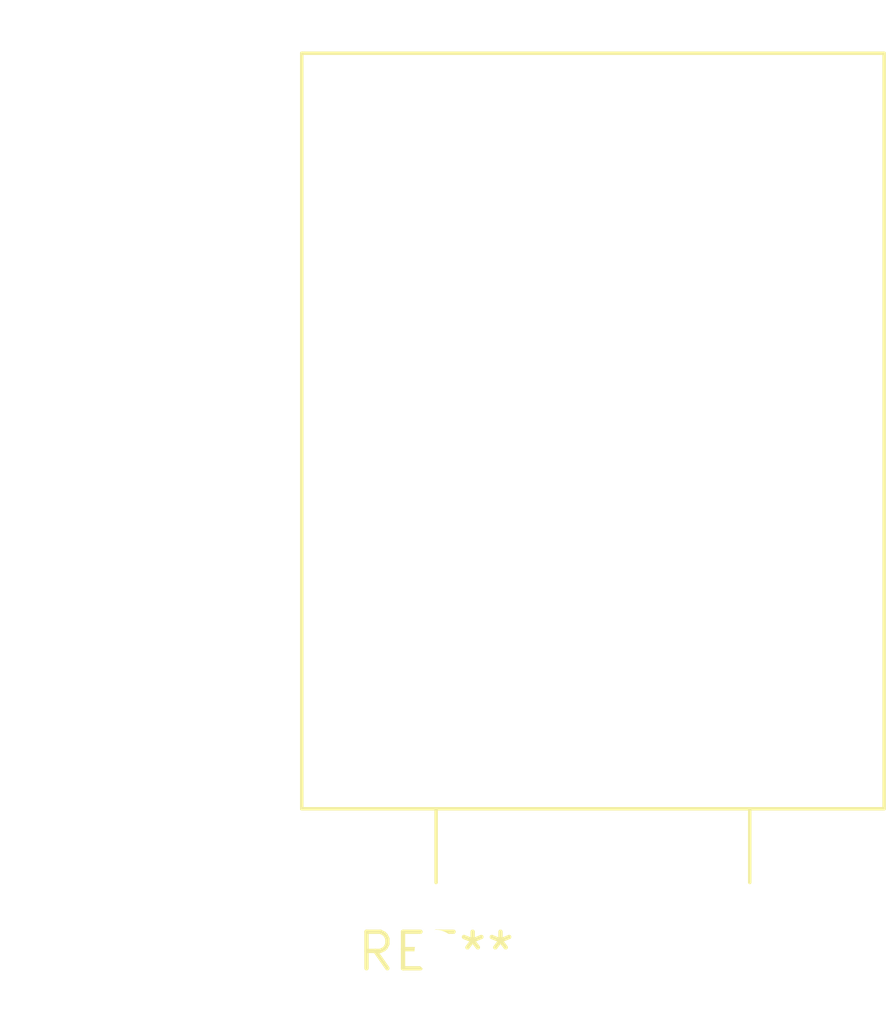
<source format=kicad_pcb>
(kicad_pcb (version 20240108) (generator pcbnew)
  (layers (0 "F.Cu" signal) (31 "B.Cu" signal) (34 "B.Paste" user) (35 "F.Paste" user) (36 "B.SilkS" user "B.Silkscreen") (37 "F.SilkS" user "F.Silkscreen") (38 "B.Mask" user) (39 "F.Mask" user) (44 "Edge.Cuts" user))
  (net 0 "")
  (footprint "TO-264-2_Horizontal_TabDown" (layer "F.Cu") (at 0 0)
    (property "Reference" "REF**")
    (property "Value" "TO-264-2_Horizontal_TabDown")
    (fp_line (start -4.67 -31.2) (end -4.67 -4.96) (layer "F.SilkS") (stroke (width 0.12)))
    (fp_line (start -4.67 -31.2) (end 15.57 -31.2) (layer "F.SilkS") (stroke (width 0.12)))
    (fp_line (start -4.67 -4.96) (end 15.57 -4.96) (layer "F.SilkS") (stroke (width 0.12)))
    (fp_line (start 0 -4.96) (end 0 -2.4) (layer "F.SilkS") (stroke (width 0.12)))
    (fp_line (start 10.9 -4.96) (end 10.9 -2.4) (layer "F.SilkS") (stroke (width 0.12)))
    (fp_line (start 15.57 -31.2) (end 15.57 -4.96) (layer "F.SilkS") (stroke (width 0.12)))
    (pad "" np_thru_hole oval (at 5.45 -25.08) (size 3.3 3.3) (drill 3.3) (layers *.Cu *.Mask))
    (pad "1" thru_hole rect (at 0 0) (size 2.5 4.5) (drill 1.5) (layers *.Cu *.Mask) (remove_unused_layers))
    (pad "2" thru_hole oval (at 10.9 0) (size 2.5 4.5) (drill 1.5) (layers *.Cu *.Mask) (remove_unused_layers))
  )
)
</source>
